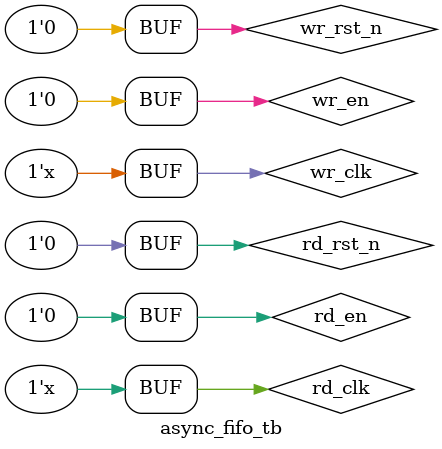
<source format=v>
module async_fifo_tb;

  // Parameters
  localparam  DATA_WIDTH = 4;
  localparam  FIFO_DEPTH = 16;
  localparam  FIFO_AFULL = FIFO_DEPTH-1;
  localparam  FIFO_AEMPTY = 1;

  // Ports
  reg wr_clk = 0;
  reg wr_rst_n = 0;
  reg wr_en = 0;
  reg [DATA_WIDTH-1:0] wr_data;
  reg rd_clk = 0;
  reg rd_rst_n = 0;
  reg rd_en = 0;
  wire [DATA_WIDTH-1:0] rd_data;
  wire full;
  wire empty;
  wire afull;
  wire aempty;

  async_fifo 
  #(
    .DATA_WIDTH(DATA_WIDTH ),
    .FIFO_DEPTH(FIFO_DEPTH ),
    .FIFO_AFULL(FIFO_AFULL ),
    .FIFO_AEMPTY (
        FIFO_AEMPTY )
  )
  async_fifo_dut (
    .wr_clk (wr_clk ),
    .wr_rst_n (wr_rst_n ),
    .wr_en (wr_en ),
    .wr_data (wr_data ),
    .rd_clk (rd_clk ),
    .rd_rst_n (rd_rst_n ),
    .rd_en (rd_en ),
    .rd_data (rd_data ),
    .full (full ),
    .empty (empty ),
    .afull (afull ),
    .aempty  ( aempty)
  );

  initial begin
    begin
      #
      $finish;
    end
  end

  always
    #5  wr_clk = ! wr_clk ;
  always
    #10  rd_clk = ! rd_clk ;

    /*iverilog */
initial
begin
  $dumpfile("wave.vcd");        //生成的vcd文件名称
  $dumpvars;
end
endmodule

</source>
